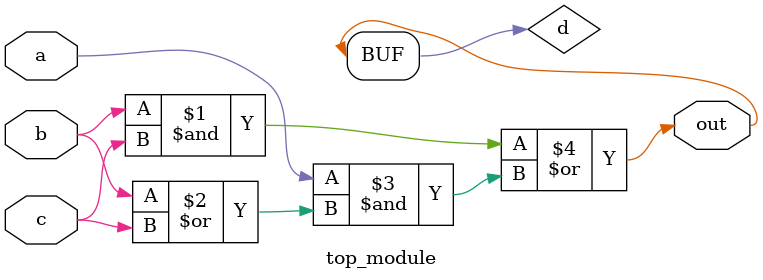
<source format=sv>
module top_module(
    input a,
    input b,
    input c,
    output out
);
    wire d;

    assign d = (b & c) | (a & (b | c));
    assign out = d;

endmodule

</source>
